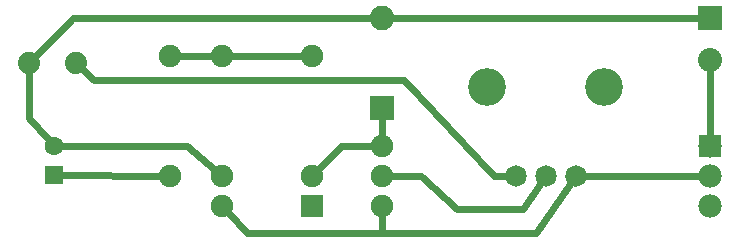
<source format=gtl>
G04 MADE WITH FRITZING*
G04 WWW.FRITZING.ORG*
G04 DOUBLE SIDED*
G04 HOLES PLATED*
G04 CONTOUR ON CENTER OF CONTOUR VECTOR*
%ASAXBY*%
%FSLAX23Y23*%
%MOIN*%
%OFA0B0*%
%SFA1.0B1.0*%
%ADD10C,0.075000*%
%ADD11C,0.071889*%
%ADD12C,0.071917*%
%ADD13C,0.124033*%
%ADD14C,0.078000*%
%ADD15C,0.082000*%
%ADD16C,0.062992*%
%ADD17C,0.074000*%
%ADD18C,0.080000*%
%ADD19C,0.125984*%
%ADD20R,0.078000X0.078000*%
%ADD21R,0.082000X0.082000*%
%ADD22R,0.075000X0.075000*%
%ADD23R,0.062992X0.062992*%
%ADD24R,0.080000X0.080000*%
%ADD25C,0.024000*%
%LNCOPPER1*%
G90*
G70*
G54D10*
X708Y762D03*
X708Y362D03*
G54D11*
X1860Y362D03*
X1960Y362D03*
G54D12*
X2060Y362D03*
G54D13*
X1766Y658D03*
X2154Y658D03*
G54D14*
X2507Y462D03*
X2507Y362D03*
X2507Y262D03*
G54D10*
X1414Y461D03*
X1414Y361D03*
X1414Y261D03*
G54D15*
X1416Y589D03*
X1416Y887D03*
G54D10*
X1180Y261D03*
X1180Y361D03*
X1180Y761D03*
X880Y761D03*
X880Y361D03*
X880Y261D03*
G54D16*
X322Y364D03*
X322Y462D03*
G54D17*
X237Y738D03*
X394Y738D03*
X237Y738D03*
X394Y738D03*
G54D18*
X2508Y887D03*
X2508Y749D03*
G54D19*
X1764Y659D03*
X2154Y659D03*
G54D20*
X2507Y462D03*
G54D21*
X1416Y588D03*
G54D22*
X1180Y261D03*
G54D23*
X322Y364D03*
G54D24*
X2508Y887D03*
G54D25*
X852Y761D02*
X736Y762D01*
D02*
X349Y363D02*
X679Y362D01*
D02*
X2477Y887D02*
X1448Y887D01*
D02*
X2507Y492D02*
X2508Y718D01*
D02*
X1278Y461D02*
X1200Y382D01*
D02*
X1386Y461D02*
X1278Y461D01*
D02*
X1414Y172D02*
X963Y172D01*
D02*
X963Y172D02*
X900Y240D01*
D02*
X1414Y232D02*
X1414Y172D01*
D02*
X2093Y362D02*
X2477Y362D01*
D02*
X1414Y172D02*
X1928Y172D01*
D02*
X1928Y172D02*
X2041Y335D01*
D02*
X1414Y232D02*
X1414Y172D01*
D02*
X1546Y361D02*
X1443Y361D01*
D02*
X1665Y251D02*
X1546Y361D01*
D02*
X1883Y251D02*
X1665Y251D01*
D02*
X1941Y335D02*
X1883Y251D01*
D02*
X1489Y681D02*
X1789Y362D01*
D02*
X1789Y362D02*
X1827Y362D01*
D02*
X453Y681D02*
X1489Y681D01*
D02*
X415Y718D02*
X453Y681D01*
D02*
X909Y761D02*
X1152Y761D01*
D02*
X237Y553D02*
X304Y482D01*
D02*
X237Y709D02*
X237Y553D01*
D02*
X383Y887D02*
X257Y759D01*
D02*
X1383Y887D02*
X383Y887D01*
D02*
X1415Y557D02*
X1415Y489D01*
D02*
X763Y462D02*
X859Y380D01*
D02*
X349Y462D02*
X763Y462D01*
G04 End of Copper1*
M02*
</source>
